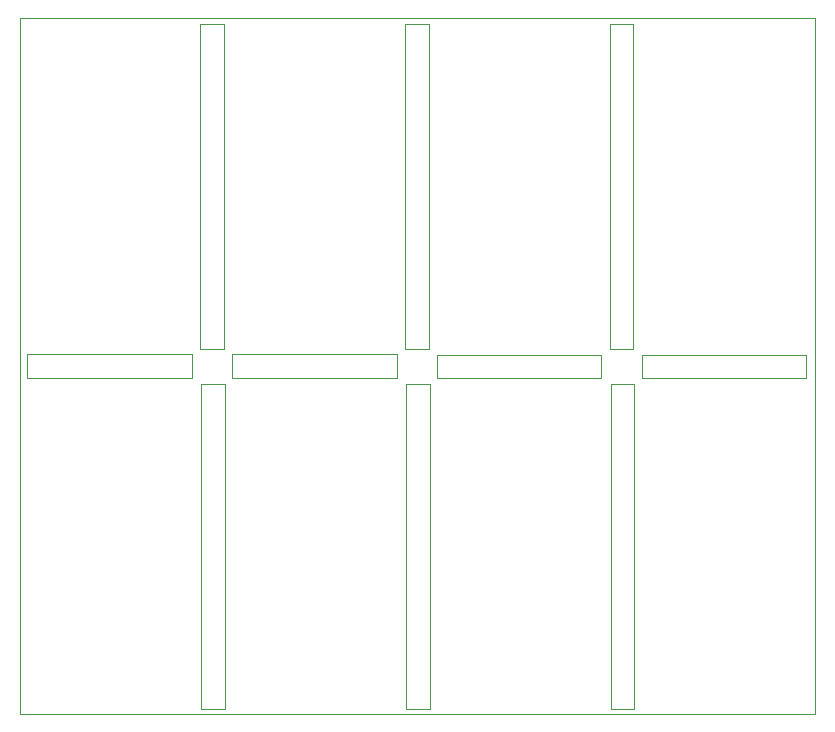
<source format=gbr>
%TF.GenerationSoftware,KiCad,Pcbnew,8.0.5*%
%TF.CreationDate,2024-10-22T20:22:57-07:00*%
%TF.ProjectId,door3_panel,646f6f72-335f-4706-916e-656c2e6b6963,rev?*%
%TF.SameCoordinates,Original*%
%TF.FileFunction,Profile,NP*%
%FSLAX46Y46*%
G04 Gerber Fmt 4.6, Leading zero omitted, Abs format (unit mm)*
G04 Created by KiCad (PCBNEW 8.0.5) date 2024-10-22 20:22:57*
%MOMM*%
%LPD*%
G01*
G04 APERTURE LIST*
%TA.AperFunction,Profile*%
%ADD10C,0.050000*%
%TD*%
G04 APERTURE END LIST*
D10*
X62555736Y-43525735D02*
X64555736Y-43525735D01*
X64555736Y-71045735D01*
X62555736Y-71045735D01*
X62555736Y-43525735D01*
X45234264Y-43514265D02*
X47234264Y-43514265D01*
X47234264Y-71034265D01*
X45234264Y-71034265D01*
X45234264Y-43514265D01*
X27880000Y-43510000D02*
X29880000Y-43510000D01*
X29880000Y-71030000D01*
X27880000Y-71030000D01*
X27880000Y-43510000D01*
X12554264Y-12500000D02*
X79820000Y-12500000D01*
X79820000Y-71454265D01*
X12554264Y-71454265D01*
X12554264Y-12500000D01*
X65175736Y-41005735D02*
X79125736Y-41005735D01*
X79125736Y-43005735D01*
X65175736Y-43005735D01*
X65175736Y-41005735D01*
X47821472Y-41001470D02*
X61771472Y-41001470D01*
X61771472Y-43001470D01*
X47821472Y-43001470D01*
X47821472Y-41001470D01*
X62471472Y-13021470D02*
X64471472Y-13021470D01*
X64471472Y-40541470D01*
X62471472Y-40541470D01*
X62471472Y-13021470D01*
X30500000Y-40990000D02*
X44450000Y-40990000D01*
X44450000Y-42990000D01*
X30500000Y-42990000D01*
X30500000Y-40990000D01*
X45150000Y-13010000D02*
X47150000Y-13010000D01*
X47150000Y-40530000D01*
X45150000Y-40530000D01*
X45150000Y-13010000D01*
X13145736Y-40985735D02*
X27095736Y-40985735D01*
X27095736Y-42985735D01*
X13145736Y-42985735D01*
X13145736Y-40985735D01*
X27795736Y-13005735D02*
X29795736Y-13005735D01*
X29795736Y-40525735D01*
X27795736Y-40525735D01*
X27795736Y-13005735D01*
M02*

</source>
